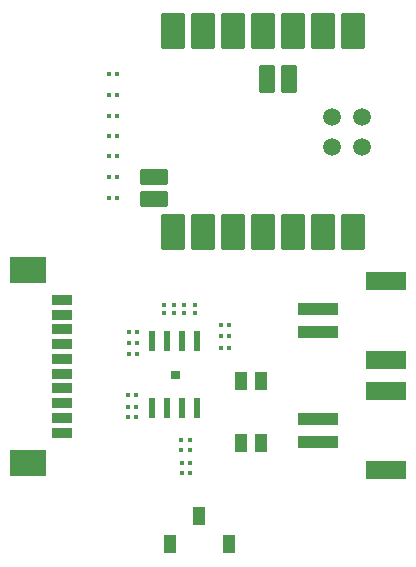
<source format=gbr>
%TF.GenerationSoftware,KiCad,Pcbnew,8.0.7*%
%TF.CreationDate,2025-01-15T11:33:58+05:30*%
%TF.ProjectId,STHDAQ_B1,53544844-4151-45f4-9231-2e6b69636164,rev?*%
%TF.SameCoordinates,Original*%
%TF.FileFunction,Paste,Top*%
%TF.FilePolarity,Positive*%
%FSLAX46Y46*%
G04 Gerber Fmt 4.6, Leading zero omitted, Abs format (unit mm)*
G04 Created by KiCad (PCBNEW 8.0.7) date 2025-01-15 11:33:58*
%MOMM*%
%LPD*%
G01*
G04 APERTURE LIST*
G04 Aperture macros list*
%AMRoundRect*
0 Rectangle with rounded corners*
0 $1 Rounding radius*
0 $2 $3 $4 $5 $6 $7 $8 $9 X,Y pos of 4 corners*
0 Add a 4 corners polygon primitive as box body*
4,1,4,$2,$3,$4,$5,$6,$7,$8,$9,$2,$3,0*
0 Add four circle primitives for the rounded corners*
1,1,$1+$1,$2,$3*
1,1,$1+$1,$4,$5*
1,1,$1+$1,$6,$7*
1,1,$1+$1,$8,$9*
0 Add four rect primitives between the rounded corners*
20,1,$1+$1,$2,$3,$4,$5,0*
20,1,$1+$1,$4,$5,$6,$7,0*
20,1,$1+$1,$6,$7,$8,$9,0*
20,1,$1+$1,$8,$9,$2,$3,0*%
G04 Aperture macros list end*
%ADD10C,0.010000*%
%ADD11RoundRect,0.079500X-0.079500X-0.100500X0.079500X-0.100500X0.079500X0.100500X-0.079500X0.100500X0*%
%ADD12RoundRect,0.079500X0.079500X0.100500X-0.079500X0.100500X-0.079500X-0.100500X0.079500X-0.100500X0*%
%ADD13RoundRect,0.030000X-0.970000X1.470000X-0.970000X-1.470000X0.970000X-1.470000X0.970000X1.470000X0*%
%ADD14RoundRect,0.026000X-0.624000X1.124000X-0.624000X-1.124000X0.624000X-1.124000X0.624000X1.124000X0*%
%ADD15RoundRect,0.026000X-1.124000X0.624000X-1.124000X-0.624000X1.124000X-0.624000X1.124000X0.624000X0*%
%ADD16C,1.500000*%
%ADD17RoundRect,0.079500X-0.100500X0.079500X-0.100500X-0.079500X0.100500X-0.079500X0.100500X0.079500X0*%
%ADD18R,1.701800X0.812800*%
%ADD19R,3.098800X2.209800*%
%ADD20R,0.600000X1.750000*%
%ADD21R,1.000000X1.550000*%
%ADD22R,3.500000X1.000000*%
%ADD23R,3.400000X1.500000*%
%ADD24RoundRect,0.079500X0.100500X-0.079500X0.100500X0.079500X-0.100500X0.079500X-0.100500X-0.079500X0*%
%ADD25R,1.000000X1.600000*%
G04 APERTURE END LIST*
D10*
%TO.C,U1*%
X152840000Y-89765000D02*
X152240000Y-89765000D01*
X152240000Y-89165000D01*
X152840000Y-89165000D01*
X152840000Y-89765000D01*
G36*
X152840000Y-89765000D02*
G01*
X152240000Y-89765000D01*
X152240000Y-89165000D01*
X152840000Y-89165000D01*
X152840000Y-89765000D01*
G37*
%TD*%
D11*
%TO.C,C1*%
X148545000Y-91220000D03*
X149235000Y-91220000D03*
%TD*%
D12*
%TO.C,C4*%
X149325000Y-85910000D03*
X148635000Y-85910000D03*
%TD*%
D11*
%TO.C,R4*%
X146960000Y-65810000D03*
X147650000Y-65810000D03*
%TD*%
D13*
%TO.C,U2*%
X167627500Y-60412500D03*
X165087500Y-60412500D03*
X162547500Y-60412500D03*
X160007500Y-60412500D03*
X162547500Y-77412500D03*
X157467500Y-60412500D03*
X154927500Y-60412500D03*
X152387500Y-60412500D03*
X152387500Y-77412500D03*
X154927500Y-77412500D03*
X157467500Y-77412500D03*
X160007500Y-77412500D03*
D14*
X162207500Y-64412500D03*
X160307500Y-64412500D03*
D13*
X165087500Y-77412500D03*
D15*
X150757500Y-72712500D03*
X150757500Y-74612500D03*
D16*
X165857500Y-70182500D03*
X165857500Y-67642500D03*
X168397500Y-70182500D03*
X168397500Y-67642500D03*
D13*
X167627500Y-77412500D03*
%TD*%
D12*
%TO.C,C6*%
X149345000Y-86820000D03*
X148655000Y-86820000D03*
%TD*%
%TO.C,D1*%
X153775000Y-95000000D03*
X153085000Y-95000000D03*
%TD*%
D11*
%TO.C,R6*%
X156450000Y-86245000D03*
X157140000Y-86245000D03*
%TD*%
D12*
%TO.C,C2*%
X149280000Y-92185000D03*
X148590000Y-92185000D03*
%TD*%
D11*
%TO.C,D3*%
X153797500Y-96925000D03*
X153107500Y-96925000D03*
%TD*%
D17*
%TO.C,C7*%
X154210000Y-83570000D03*
X154210000Y-84260000D03*
%TD*%
D11*
%TO.C,R2*%
X146960000Y-69310000D03*
X147650000Y-69310000D03*
%TD*%
D18*
%TO.C,J1*%
X143014500Y-83150000D03*
X143014500Y-84400000D03*
X143014500Y-85650000D03*
X143014500Y-86900000D03*
X143014500Y-88150000D03*
X143014500Y-89400000D03*
X143014500Y-90650000D03*
X143014500Y-91900000D03*
X143014500Y-93150000D03*
X143014500Y-94400000D03*
D19*
X140114501Y-96950000D03*
X140114501Y-80600000D03*
%TD*%
D20*
%TO.C,U1*%
X150635000Y-92265000D03*
X151905000Y-92265000D03*
X153175000Y-92265000D03*
X154445000Y-92265000D03*
X154445000Y-86665000D03*
X153175000Y-86665000D03*
X151905000Y-86665000D03*
X150635000Y-86665000D03*
%TD*%
D12*
%TO.C,R1*%
X149250000Y-93105000D03*
X148560000Y-93105000D03*
%TD*%
D11*
%TO.C,D5*%
X156445000Y-87255000D03*
X157135000Y-87255000D03*
%TD*%
D17*
%TO.C,L1*%
X151580000Y-83590000D03*
X151580000Y-84280000D03*
%TD*%
D12*
%TO.C,D4*%
X153105000Y-97810000D03*
X153795000Y-97810000D03*
%TD*%
D11*
%TO.C,R3*%
X146960000Y-67560000D03*
X147650000Y-67560000D03*
%TD*%
%TO.C,D2*%
X153085000Y-95890000D03*
X153775000Y-95890000D03*
%TD*%
D21*
%TO.C,SW1*%
X158090000Y-95270000D03*
X158090000Y-90020000D03*
X159790000Y-95270000D03*
X159790000Y-90020000D03*
%TD*%
D22*
%TO.C,P2*%
X164635000Y-95200000D03*
X164635000Y-93200000D03*
D23*
X170385000Y-97550000D03*
X170385000Y-90850000D03*
%TD*%
D24*
%TO.C,C5*%
X152470000Y-84280000D03*
X152470000Y-83590000D03*
%TD*%
D12*
%TO.C,R9*%
X147625000Y-74510000D03*
X146935000Y-74510000D03*
%TD*%
D25*
%TO.C,S1*%
X152090000Y-103823691D03*
X154590000Y-101423691D03*
X157090000Y-103823691D03*
%TD*%
D11*
%TO.C,R5*%
X147650000Y-64060000D03*
X146960000Y-64060000D03*
%TD*%
D12*
%TO.C,R10*%
X147625000Y-72760000D03*
X146935000Y-72760000D03*
%TD*%
D24*
%TO.C,R8*%
X153340000Y-84265000D03*
X153340000Y-83575000D03*
%TD*%
D22*
%TO.C,P1*%
X164690000Y-85890000D03*
X164690000Y-83890000D03*
D23*
X170440000Y-88240000D03*
X170440000Y-81540000D03*
%TD*%
D11*
%TO.C,R7*%
X156435000Y-85255000D03*
X157125000Y-85255000D03*
%TD*%
D12*
%TO.C,R11*%
X147625000Y-71010000D03*
X146935000Y-71010000D03*
%TD*%
%TO.C,C3*%
X149340000Y-87775000D03*
X148650000Y-87775000D03*
%TD*%
M02*

</source>
